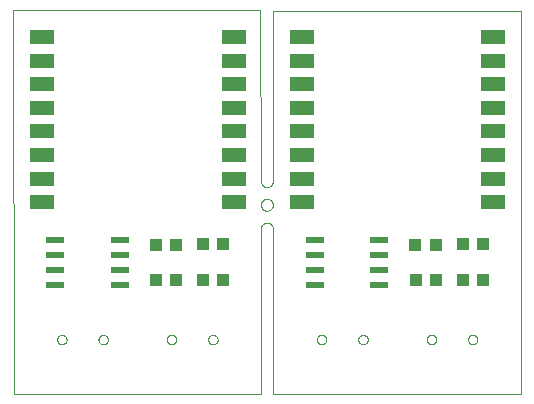
<source format=gtp>
G75*
%MOIN*%
%OFA0B0*%
%FSLAX25Y25*%
%IPPOS*%
%LPD*%
%AMOC8*
5,1,8,0,0,1.08239X$1,22.5*
%
%ADD10C,0.00394*%
%ADD11C,0.00000*%
%ADD12R,0.03937X0.04331*%
%ADD13R,0.06000X0.02400*%
%ADD14R,0.07874X0.04724*%
D10*
X0001394Y0001197D02*
X0001197Y0129031D01*
X0083559Y0129031D01*
X0083756Y0072063D01*
X0083755Y0072063D02*
X0083757Y0071976D01*
X0083763Y0071889D01*
X0083772Y0071802D01*
X0083786Y0071716D01*
X0083803Y0071631D01*
X0083824Y0071546D01*
X0083849Y0071463D01*
X0083877Y0071380D01*
X0083909Y0071299D01*
X0083945Y0071220D01*
X0083984Y0071142D01*
X0084026Y0071066D01*
X0084072Y0070992D01*
X0084121Y0070920D01*
X0084173Y0070850D01*
X0084228Y0070783D01*
X0084286Y0070718D01*
X0084347Y0070655D01*
X0084411Y0070596D01*
X0084477Y0070539D01*
X0084546Y0070486D01*
X0084617Y0070435D01*
X0084690Y0070388D01*
X0084765Y0070343D01*
X0084842Y0070303D01*
X0084920Y0070265D01*
X0085001Y0070232D01*
X0085082Y0070201D01*
X0085165Y0070175D01*
X0085250Y0070152D01*
X0085335Y0070133D01*
X0085420Y0070118D01*
X0085507Y0070106D01*
X0085593Y0070098D01*
X0085680Y0070094D01*
X0085768Y0070094D01*
X0085855Y0070098D01*
X0085941Y0070106D01*
X0086028Y0070118D01*
X0086113Y0070133D01*
X0086198Y0070152D01*
X0086283Y0070175D01*
X0086366Y0070201D01*
X0086447Y0070232D01*
X0086528Y0070265D01*
X0086606Y0070303D01*
X0086683Y0070343D01*
X0086758Y0070388D01*
X0086831Y0070435D01*
X0086902Y0070486D01*
X0086971Y0070539D01*
X0087037Y0070596D01*
X0087101Y0070655D01*
X0087162Y0070718D01*
X0087220Y0070783D01*
X0087275Y0070850D01*
X0087327Y0070920D01*
X0087376Y0070992D01*
X0087422Y0071066D01*
X0087464Y0071142D01*
X0087503Y0071220D01*
X0087539Y0071299D01*
X0087571Y0071380D01*
X0087599Y0071463D01*
X0087624Y0071546D01*
X0087645Y0071631D01*
X0087662Y0071716D01*
X0087676Y0071802D01*
X0087685Y0071889D01*
X0087691Y0071976D01*
X0087693Y0072063D01*
X0087693Y0128874D01*
X0170370Y0128874D01*
X0170370Y0001197D01*
X0087693Y0001197D01*
X0087693Y0056315D01*
X0087691Y0056402D01*
X0087685Y0056489D01*
X0087676Y0056576D01*
X0087662Y0056662D01*
X0087645Y0056747D01*
X0087624Y0056832D01*
X0087599Y0056915D01*
X0087571Y0056998D01*
X0087539Y0057079D01*
X0087503Y0057158D01*
X0087464Y0057236D01*
X0087422Y0057312D01*
X0087376Y0057386D01*
X0087327Y0057458D01*
X0087275Y0057528D01*
X0087220Y0057595D01*
X0087162Y0057660D01*
X0087101Y0057723D01*
X0087037Y0057782D01*
X0086971Y0057839D01*
X0086902Y0057892D01*
X0086831Y0057943D01*
X0086758Y0057990D01*
X0086683Y0058035D01*
X0086606Y0058075D01*
X0086528Y0058113D01*
X0086447Y0058146D01*
X0086366Y0058177D01*
X0086283Y0058203D01*
X0086198Y0058226D01*
X0086113Y0058245D01*
X0086028Y0058260D01*
X0085941Y0058272D01*
X0085855Y0058280D01*
X0085768Y0058284D01*
X0085680Y0058284D01*
X0085593Y0058280D01*
X0085507Y0058272D01*
X0085420Y0058260D01*
X0085335Y0058245D01*
X0085250Y0058226D01*
X0085165Y0058203D01*
X0085082Y0058177D01*
X0085001Y0058146D01*
X0084920Y0058113D01*
X0084842Y0058075D01*
X0084765Y0058035D01*
X0084690Y0057990D01*
X0084617Y0057943D01*
X0084546Y0057892D01*
X0084477Y0057839D01*
X0084411Y0057782D01*
X0084347Y0057723D01*
X0084286Y0057660D01*
X0084228Y0057595D01*
X0084173Y0057528D01*
X0084121Y0057458D01*
X0084072Y0057386D01*
X0084026Y0057312D01*
X0083984Y0057236D01*
X0083945Y0057158D01*
X0083909Y0057079D01*
X0083877Y0056998D01*
X0083849Y0056915D01*
X0083824Y0056832D01*
X0083803Y0056747D01*
X0083786Y0056662D01*
X0083772Y0056576D01*
X0083763Y0056489D01*
X0083757Y0056402D01*
X0083755Y0056315D01*
X0083756Y0056315D02*
X0083756Y0001197D01*
X0001394Y0001197D01*
X0083755Y0064189D02*
X0083757Y0064277D01*
X0083763Y0064365D01*
X0083773Y0064453D01*
X0083787Y0064541D01*
X0083804Y0064627D01*
X0083826Y0064713D01*
X0083851Y0064797D01*
X0083881Y0064881D01*
X0083913Y0064963D01*
X0083950Y0065043D01*
X0083990Y0065122D01*
X0084034Y0065199D01*
X0084081Y0065274D01*
X0084131Y0065346D01*
X0084185Y0065417D01*
X0084241Y0065484D01*
X0084301Y0065550D01*
X0084363Y0065612D01*
X0084429Y0065672D01*
X0084496Y0065728D01*
X0084567Y0065782D01*
X0084639Y0065832D01*
X0084714Y0065879D01*
X0084791Y0065923D01*
X0084870Y0065963D01*
X0084950Y0066000D01*
X0085032Y0066032D01*
X0085116Y0066062D01*
X0085200Y0066087D01*
X0085286Y0066109D01*
X0085372Y0066126D01*
X0085460Y0066140D01*
X0085548Y0066150D01*
X0085636Y0066156D01*
X0085724Y0066158D01*
X0085812Y0066156D01*
X0085900Y0066150D01*
X0085988Y0066140D01*
X0086076Y0066126D01*
X0086162Y0066109D01*
X0086248Y0066087D01*
X0086332Y0066062D01*
X0086416Y0066032D01*
X0086498Y0066000D01*
X0086578Y0065963D01*
X0086657Y0065923D01*
X0086734Y0065879D01*
X0086809Y0065832D01*
X0086881Y0065782D01*
X0086952Y0065728D01*
X0087019Y0065672D01*
X0087085Y0065612D01*
X0087147Y0065550D01*
X0087207Y0065484D01*
X0087263Y0065417D01*
X0087317Y0065346D01*
X0087367Y0065274D01*
X0087414Y0065199D01*
X0087458Y0065122D01*
X0087498Y0065043D01*
X0087535Y0064963D01*
X0087567Y0064881D01*
X0087597Y0064797D01*
X0087622Y0064713D01*
X0087644Y0064627D01*
X0087661Y0064541D01*
X0087675Y0064453D01*
X0087685Y0064365D01*
X0087691Y0064277D01*
X0087693Y0064189D01*
X0087691Y0064101D01*
X0087685Y0064013D01*
X0087675Y0063925D01*
X0087661Y0063837D01*
X0087644Y0063751D01*
X0087622Y0063665D01*
X0087597Y0063581D01*
X0087567Y0063497D01*
X0087535Y0063415D01*
X0087498Y0063335D01*
X0087458Y0063256D01*
X0087414Y0063179D01*
X0087367Y0063104D01*
X0087317Y0063032D01*
X0087263Y0062961D01*
X0087207Y0062894D01*
X0087147Y0062828D01*
X0087085Y0062766D01*
X0087019Y0062706D01*
X0086952Y0062650D01*
X0086881Y0062596D01*
X0086809Y0062546D01*
X0086734Y0062499D01*
X0086657Y0062455D01*
X0086578Y0062415D01*
X0086498Y0062378D01*
X0086416Y0062346D01*
X0086332Y0062316D01*
X0086248Y0062291D01*
X0086162Y0062269D01*
X0086076Y0062252D01*
X0085988Y0062238D01*
X0085900Y0062228D01*
X0085812Y0062222D01*
X0085724Y0062220D01*
X0085636Y0062222D01*
X0085548Y0062228D01*
X0085460Y0062238D01*
X0085372Y0062252D01*
X0085286Y0062269D01*
X0085200Y0062291D01*
X0085116Y0062316D01*
X0085032Y0062346D01*
X0084950Y0062378D01*
X0084870Y0062415D01*
X0084791Y0062455D01*
X0084714Y0062499D01*
X0084639Y0062546D01*
X0084567Y0062596D01*
X0084496Y0062650D01*
X0084429Y0062706D01*
X0084363Y0062766D01*
X0084301Y0062828D01*
X0084241Y0062894D01*
X0084185Y0062961D01*
X0084131Y0063032D01*
X0084081Y0063104D01*
X0084034Y0063179D01*
X0083990Y0063256D01*
X0083950Y0063335D01*
X0083913Y0063415D01*
X0083881Y0063497D01*
X0083851Y0063581D01*
X0083826Y0063665D01*
X0083804Y0063751D01*
X0083787Y0063837D01*
X0083773Y0063925D01*
X0083763Y0064013D01*
X0083757Y0064101D01*
X0083755Y0064189D01*
D11*
X0066157Y0019268D02*
X0066159Y0019347D01*
X0066165Y0019426D01*
X0066175Y0019505D01*
X0066189Y0019583D01*
X0066206Y0019660D01*
X0066228Y0019736D01*
X0066253Y0019811D01*
X0066283Y0019884D01*
X0066315Y0019956D01*
X0066352Y0020027D01*
X0066392Y0020095D01*
X0066435Y0020161D01*
X0066481Y0020225D01*
X0066531Y0020287D01*
X0066584Y0020346D01*
X0066639Y0020402D01*
X0066698Y0020456D01*
X0066759Y0020506D01*
X0066822Y0020554D01*
X0066888Y0020598D01*
X0066956Y0020639D01*
X0067026Y0020676D01*
X0067097Y0020710D01*
X0067171Y0020740D01*
X0067245Y0020766D01*
X0067321Y0020788D01*
X0067398Y0020807D01*
X0067476Y0020822D01*
X0067554Y0020833D01*
X0067633Y0020840D01*
X0067712Y0020843D01*
X0067791Y0020842D01*
X0067870Y0020837D01*
X0067949Y0020828D01*
X0068027Y0020815D01*
X0068104Y0020798D01*
X0068181Y0020778D01*
X0068256Y0020753D01*
X0068330Y0020725D01*
X0068403Y0020693D01*
X0068473Y0020658D01*
X0068542Y0020619D01*
X0068609Y0020576D01*
X0068674Y0020530D01*
X0068736Y0020482D01*
X0068796Y0020430D01*
X0068853Y0020375D01*
X0068907Y0020317D01*
X0068958Y0020257D01*
X0069006Y0020194D01*
X0069051Y0020129D01*
X0069093Y0020061D01*
X0069131Y0019992D01*
X0069165Y0019921D01*
X0069196Y0019848D01*
X0069224Y0019773D01*
X0069247Y0019698D01*
X0069267Y0019621D01*
X0069283Y0019544D01*
X0069295Y0019465D01*
X0069303Y0019387D01*
X0069307Y0019308D01*
X0069307Y0019228D01*
X0069303Y0019149D01*
X0069295Y0019071D01*
X0069283Y0018992D01*
X0069267Y0018915D01*
X0069247Y0018838D01*
X0069224Y0018763D01*
X0069196Y0018688D01*
X0069165Y0018615D01*
X0069131Y0018544D01*
X0069093Y0018475D01*
X0069051Y0018407D01*
X0069006Y0018342D01*
X0068958Y0018279D01*
X0068907Y0018219D01*
X0068853Y0018161D01*
X0068796Y0018106D01*
X0068736Y0018054D01*
X0068674Y0018006D01*
X0068609Y0017960D01*
X0068542Y0017917D01*
X0068473Y0017878D01*
X0068403Y0017843D01*
X0068330Y0017811D01*
X0068256Y0017783D01*
X0068181Y0017758D01*
X0068104Y0017738D01*
X0068027Y0017721D01*
X0067949Y0017708D01*
X0067870Y0017699D01*
X0067791Y0017694D01*
X0067712Y0017693D01*
X0067633Y0017696D01*
X0067554Y0017703D01*
X0067476Y0017714D01*
X0067398Y0017729D01*
X0067321Y0017748D01*
X0067245Y0017770D01*
X0067171Y0017796D01*
X0067097Y0017826D01*
X0067026Y0017860D01*
X0066956Y0017897D01*
X0066888Y0017938D01*
X0066822Y0017982D01*
X0066759Y0018030D01*
X0066698Y0018080D01*
X0066639Y0018134D01*
X0066584Y0018190D01*
X0066531Y0018249D01*
X0066481Y0018311D01*
X0066435Y0018375D01*
X0066392Y0018441D01*
X0066352Y0018509D01*
X0066315Y0018580D01*
X0066283Y0018652D01*
X0066253Y0018725D01*
X0066228Y0018800D01*
X0066206Y0018876D01*
X0066189Y0018953D01*
X0066175Y0019031D01*
X0066165Y0019110D01*
X0066159Y0019189D01*
X0066157Y0019268D01*
X0052378Y0019268D02*
X0052380Y0019347D01*
X0052386Y0019426D01*
X0052396Y0019505D01*
X0052410Y0019583D01*
X0052427Y0019660D01*
X0052449Y0019736D01*
X0052474Y0019811D01*
X0052504Y0019884D01*
X0052536Y0019956D01*
X0052573Y0020027D01*
X0052613Y0020095D01*
X0052656Y0020161D01*
X0052702Y0020225D01*
X0052752Y0020287D01*
X0052805Y0020346D01*
X0052860Y0020402D01*
X0052919Y0020456D01*
X0052980Y0020506D01*
X0053043Y0020554D01*
X0053109Y0020598D01*
X0053177Y0020639D01*
X0053247Y0020676D01*
X0053318Y0020710D01*
X0053392Y0020740D01*
X0053466Y0020766D01*
X0053542Y0020788D01*
X0053619Y0020807D01*
X0053697Y0020822D01*
X0053775Y0020833D01*
X0053854Y0020840D01*
X0053933Y0020843D01*
X0054012Y0020842D01*
X0054091Y0020837D01*
X0054170Y0020828D01*
X0054248Y0020815D01*
X0054325Y0020798D01*
X0054402Y0020778D01*
X0054477Y0020753D01*
X0054551Y0020725D01*
X0054624Y0020693D01*
X0054694Y0020658D01*
X0054763Y0020619D01*
X0054830Y0020576D01*
X0054895Y0020530D01*
X0054957Y0020482D01*
X0055017Y0020430D01*
X0055074Y0020375D01*
X0055128Y0020317D01*
X0055179Y0020257D01*
X0055227Y0020194D01*
X0055272Y0020129D01*
X0055314Y0020061D01*
X0055352Y0019992D01*
X0055386Y0019921D01*
X0055417Y0019848D01*
X0055445Y0019773D01*
X0055468Y0019698D01*
X0055488Y0019621D01*
X0055504Y0019544D01*
X0055516Y0019465D01*
X0055524Y0019387D01*
X0055528Y0019308D01*
X0055528Y0019228D01*
X0055524Y0019149D01*
X0055516Y0019071D01*
X0055504Y0018992D01*
X0055488Y0018915D01*
X0055468Y0018838D01*
X0055445Y0018763D01*
X0055417Y0018688D01*
X0055386Y0018615D01*
X0055352Y0018544D01*
X0055314Y0018475D01*
X0055272Y0018407D01*
X0055227Y0018342D01*
X0055179Y0018279D01*
X0055128Y0018219D01*
X0055074Y0018161D01*
X0055017Y0018106D01*
X0054957Y0018054D01*
X0054895Y0018006D01*
X0054830Y0017960D01*
X0054763Y0017917D01*
X0054694Y0017878D01*
X0054624Y0017843D01*
X0054551Y0017811D01*
X0054477Y0017783D01*
X0054402Y0017758D01*
X0054325Y0017738D01*
X0054248Y0017721D01*
X0054170Y0017708D01*
X0054091Y0017699D01*
X0054012Y0017694D01*
X0053933Y0017693D01*
X0053854Y0017696D01*
X0053775Y0017703D01*
X0053697Y0017714D01*
X0053619Y0017729D01*
X0053542Y0017748D01*
X0053466Y0017770D01*
X0053392Y0017796D01*
X0053318Y0017826D01*
X0053247Y0017860D01*
X0053177Y0017897D01*
X0053109Y0017938D01*
X0053043Y0017982D01*
X0052980Y0018030D01*
X0052919Y0018080D01*
X0052860Y0018134D01*
X0052805Y0018190D01*
X0052752Y0018249D01*
X0052702Y0018311D01*
X0052656Y0018375D01*
X0052613Y0018441D01*
X0052573Y0018509D01*
X0052536Y0018580D01*
X0052504Y0018652D01*
X0052474Y0018725D01*
X0052449Y0018800D01*
X0052427Y0018876D01*
X0052410Y0018953D01*
X0052396Y0019031D01*
X0052386Y0019110D01*
X0052380Y0019189D01*
X0052378Y0019268D01*
X0029582Y0019268D02*
X0029584Y0019347D01*
X0029590Y0019426D01*
X0029600Y0019505D01*
X0029614Y0019583D01*
X0029631Y0019660D01*
X0029653Y0019736D01*
X0029678Y0019811D01*
X0029708Y0019884D01*
X0029740Y0019956D01*
X0029777Y0020027D01*
X0029817Y0020095D01*
X0029860Y0020161D01*
X0029906Y0020225D01*
X0029956Y0020287D01*
X0030009Y0020346D01*
X0030064Y0020402D01*
X0030123Y0020456D01*
X0030184Y0020506D01*
X0030247Y0020554D01*
X0030313Y0020598D01*
X0030381Y0020639D01*
X0030451Y0020676D01*
X0030522Y0020710D01*
X0030596Y0020740D01*
X0030670Y0020766D01*
X0030746Y0020788D01*
X0030823Y0020807D01*
X0030901Y0020822D01*
X0030979Y0020833D01*
X0031058Y0020840D01*
X0031137Y0020843D01*
X0031216Y0020842D01*
X0031295Y0020837D01*
X0031374Y0020828D01*
X0031452Y0020815D01*
X0031529Y0020798D01*
X0031606Y0020778D01*
X0031681Y0020753D01*
X0031755Y0020725D01*
X0031828Y0020693D01*
X0031898Y0020658D01*
X0031967Y0020619D01*
X0032034Y0020576D01*
X0032099Y0020530D01*
X0032161Y0020482D01*
X0032221Y0020430D01*
X0032278Y0020375D01*
X0032332Y0020317D01*
X0032383Y0020257D01*
X0032431Y0020194D01*
X0032476Y0020129D01*
X0032518Y0020061D01*
X0032556Y0019992D01*
X0032590Y0019921D01*
X0032621Y0019848D01*
X0032649Y0019773D01*
X0032672Y0019698D01*
X0032692Y0019621D01*
X0032708Y0019544D01*
X0032720Y0019465D01*
X0032728Y0019387D01*
X0032732Y0019308D01*
X0032732Y0019228D01*
X0032728Y0019149D01*
X0032720Y0019071D01*
X0032708Y0018992D01*
X0032692Y0018915D01*
X0032672Y0018838D01*
X0032649Y0018763D01*
X0032621Y0018688D01*
X0032590Y0018615D01*
X0032556Y0018544D01*
X0032518Y0018475D01*
X0032476Y0018407D01*
X0032431Y0018342D01*
X0032383Y0018279D01*
X0032332Y0018219D01*
X0032278Y0018161D01*
X0032221Y0018106D01*
X0032161Y0018054D01*
X0032099Y0018006D01*
X0032034Y0017960D01*
X0031967Y0017917D01*
X0031898Y0017878D01*
X0031828Y0017843D01*
X0031755Y0017811D01*
X0031681Y0017783D01*
X0031606Y0017758D01*
X0031529Y0017738D01*
X0031452Y0017721D01*
X0031374Y0017708D01*
X0031295Y0017699D01*
X0031216Y0017694D01*
X0031137Y0017693D01*
X0031058Y0017696D01*
X0030979Y0017703D01*
X0030901Y0017714D01*
X0030823Y0017729D01*
X0030746Y0017748D01*
X0030670Y0017770D01*
X0030596Y0017796D01*
X0030522Y0017826D01*
X0030451Y0017860D01*
X0030381Y0017897D01*
X0030313Y0017938D01*
X0030247Y0017982D01*
X0030184Y0018030D01*
X0030123Y0018080D01*
X0030064Y0018134D01*
X0030009Y0018190D01*
X0029956Y0018249D01*
X0029906Y0018311D01*
X0029860Y0018375D01*
X0029817Y0018441D01*
X0029777Y0018509D01*
X0029740Y0018580D01*
X0029708Y0018652D01*
X0029678Y0018725D01*
X0029653Y0018800D01*
X0029631Y0018876D01*
X0029614Y0018953D01*
X0029600Y0019031D01*
X0029590Y0019110D01*
X0029584Y0019189D01*
X0029582Y0019268D01*
X0015803Y0019268D02*
X0015805Y0019347D01*
X0015811Y0019426D01*
X0015821Y0019505D01*
X0015835Y0019583D01*
X0015852Y0019660D01*
X0015874Y0019736D01*
X0015899Y0019811D01*
X0015929Y0019884D01*
X0015961Y0019956D01*
X0015998Y0020027D01*
X0016038Y0020095D01*
X0016081Y0020161D01*
X0016127Y0020225D01*
X0016177Y0020287D01*
X0016230Y0020346D01*
X0016285Y0020402D01*
X0016344Y0020456D01*
X0016405Y0020506D01*
X0016468Y0020554D01*
X0016534Y0020598D01*
X0016602Y0020639D01*
X0016672Y0020676D01*
X0016743Y0020710D01*
X0016817Y0020740D01*
X0016891Y0020766D01*
X0016967Y0020788D01*
X0017044Y0020807D01*
X0017122Y0020822D01*
X0017200Y0020833D01*
X0017279Y0020840D01*
X0017358Y0020843D01*
X0017437Y0020842D01*
X0017516Y0020837D01*
X0017595Y0020828D01*
X0017673Y0020815D01*
X0017750Y0020798D01*
X0017827Y0020778D01*
X0017902Y0020753D01*
X0017976Y0020725D01*
X0018049Y0020693D01*
X0018119Y0020658D01*
X0018188Y0020619D01*
X0018255Y0020576D01*
X0018320Y0020530D01*
X0018382Y0020482D01*
X0018442Y0020430D01*
X0018499Y0020375D01*
X0018553Y0020317D01*
X0018604Y0020257D01*
X0018652Y0020194D01*
X0018697Y0020129D01*
X0018739Y0020061D01*
X0018777Y0019992D01*
X0018811Y0019921D01*
X0018842Y0019848D01*
X0018870Y0019773D01*
X0018893Y0019698D01*
X0018913Y0019621D01*
X0018929Y0019544D01*
X0018941Y0019465D01*
X0018949Y0019387D01*
X0018953Y0019308D01*
X0018953Y0019228D01*
X0018949Y0019149D01*
X0018941Y0019071D01*
X0018929Y0018992D01*
X0018913Y0018915D01*
X0018893Y0018838D01*
X0018870Y0018763D01*
X0018842Y0018688D01*
X0018811Y0018615D01*
X0018777Y0018544D01*
X0018739Y0018475D01*
X0018697Y0018407D01*
X0018652Y0018342D01*
X0018604Y0018279D01*
X0018553Y0018219D01*
X0018499Y0018161D01*
X0018442Y0018106D01*
X0018382Y0018054D01*
X0018320Y0018006D01*
X0018255Y0017960D01*
X0018188Y0017917D01*
X0018119Y0017878D01*
X0018049Y0017843D01*
X0017976Y0017811D01*
X0017902Y0017783D01*
X0017827Y0017758D01*
X0017750Y0017738D01*
X0017673Y0017721D01*
X0017595Y0017708D01*
X0017516Y0017699D01*
X0017437Y0017694D01*
X0017358Y0017693D01*
X0017279Y0017696D01*
X0017200Y0017703D01*
X0017122Y0017714D01*
X0017044Y0017729D01*
X0016967Y0017748D01*
X0016891Y0017770D01*
X0016817Y0017796D01*
X0016743Y0017826D01*
X0016672Y0017860D01*
X0016602Y0017897D01*
X0016534Y0017938D01*
X0016468Y0017982D01*
X0016405Y0018030D01*
X0016344Y0018080D01*
X0016285Y0018134D01*
X0016230Y0018190D01*
X0016177Y0018249D01*
X0016127Y0018311D01*
X0016081Y0018375D01*
X0016038Y0018441D01*
X0015998Y0018509D01*
X0015961Y0018580D01*
X0015929Y0018652D01*
X0015899Y0018725D01*
X0015874Y0018800D01*
X0015852Y0018876D01*
X0015835Y0018953D01*
X0015821Y0019031D01*
X0015811Y0019110D01*
X0015805Y0019189D01*
X0015803Y0019268D01*
X0102417Y0019268D02*
X0102419Y0019347D01*
X0102425Y0019426D01*
X0102435Y0019505D01*
X0102449Y0019583D01*
X0102466Y0019660D01*
X0102488Y0019736D01*
X0102513Y0019811D01*
X0102543Y0019884D01*
X0102575Y0019956D01*
X0102612Y0020027D01*
X0102652Y0020095D01*
X0102695Y0020161D01*
X0102741Y0020225D01*
X0102791Y0020287D01*
X0102844Y0020346D01*
X0102899Y0020402D01*
X0102958Y0020456D01*
X0103019Y0020506D01*
X0103082Y0020554D01*
X0103148Y0020598D01*
X0103216Y0020639D01*
X0103286Y0020676D01*
X0103357Y0020710D01*
X0103431Y0020740D01*
X0103505Y0020766D01*
X0103581Y0020788D01*
X0103658Y0020807D01*
X0103736Y0020822D01*
X0103814Y0020833D01*
X0103893Y0020840D01*
X0103972Y0020843D01*
X0104051Y0020842D01*
X0104130Y0020837D01*
X0104209Y0020828D01*
X0104287Y0020815D01*
X0104364Y0020798D01*
X0104441Y0020778D01*
X0104516Y0020753D01*
X0104590Y0020725D01*
X0104663Y0020693D01*
X0104733Y0020658D01*
X0104802Y0020619D01*
X0104869Y0020576D01*
X0104934Y0020530D01*
X0104996Y0020482D01*
X0105056Y0020430D01*
X0105113Y0020375D01*
X0105167Y0020317D01*
X0105218Y0020257D01*
X0105266Y0020194D01*
X0105311Y0020129D01*
X0105353Y0020061D01*
X0105391Y0019992D01*
X0105425Y0019921D01*
X0105456Y0019848D01*
X0105484Y0019773D01*
X0105507Y0019698D01*
X0105527Y0019621D01*
X0105543Y0019544D01*
X0105555Y0019465D01*
X0105563Y0019387D01*
X0105567Y0019308D01*
X0105567Y0019228D01*
X0105563Y0019149D01*
X0105555Y0019071D01*
X0105543Y0018992D01*
X0105527Y0018915D01*
X0105507Y0018838D01*
X0105484Y0018763D01*
X0105456Y0018688D01*
X0105425Y0018615D01*
X0105391Y0018544D01*
X0105353Y0018475D01*
X0105311Y0018407D01*
X0105266Y0018342D01*
X0105218Y0018279D01*
X0105167Y0018219D01*
X0105113Y0018161D01*
X0105056Y0018106D01*
X0104996Y0018054D01*
X0104934Y0018006D01*
X0104869Y0017960D01*
X0104802Y0017917D01*
X0104733Y0017878D01*
X0104663Y0017843D01*
X0104590Y0017811D01*
X0104516Y0017783D01*
X0104441Y0017758D01*
X0104364Y0017738D01*
X0104287Y0017721D01*
X0104209Y0017708D01*
X0104130Y0017699D01*
X0104051Y0017694D01*
X0103972Y0017693D01*
X0103893Y0017696D01*
X0103814Y0017703D01*
X0103736Y0017714D01*
X0103658Y0017729D01*
X0103581Y0017748D01*
X0103505Y0017770D01*
X0103431Y0017796D01*
X0103357Y0017826D01*
X0103286Y0017860D01*
X0103216Y0017897D01*
X0103148Y0017938D01*
X0103082Y0017982D01*
X0103019Y0018030D01*
X0102958Y0018080D01*
X0102899Y0018134D01*
X0102844Y0018190D01*
X0102791Y0018249D01*
X0102741Y0018311D01*
X0102695Y0018375D01*
X0102652Y0018441D01*
X0102612Y0018509D01*
X0102575Y0018580D01*
X0102543Y0018652D01*
X0102513Y0018725D01*
X0102488Y0018800D01*
X0102466Y0018876D01*
X0102449Y0018953D01*
X0102435Y0019031D01*
X0102425Y0019110D01*
X0102419Y0019189D01*
X0102417Y0019268D01*
X0116197Y0019268D02*
X0116199Y0019347D01*
X0116205Y0019426D01*
X0116215Y0019505D01*
X0116229Y0019583D01*
X0116246Y0019660D01*
X0116268Y0019736D01*
X0116293Y0019811D01*
X0116323Y0019884D01*
X0116355Y0019956D01*
X0116392Y0020027D01*
X0116432Y0020095D01*
X0116475Y0020161D01*
X0116521Y0020225D01*
X0116571Y0020287D01*
X0116624Y0020346D01*
X0116679Y0020402D01*
X0116738Y0020456D01*
X0116799Y0020506D01*
X0116862Y0020554D01*
X0116928Y0020598D01*
X0116996Y0020639D01*
X0117066Y0020676D01*
X0117137Y0020710D01*
X0117211Y0020740D01*
X0117285Y0020766D01*
X0117361Y0020788D01*
X0117438Y0020807D01*
X0117516Y0020822D01*
X0117594Y0020833D01*
X0117673Y0020840D01*
X0117752Y0020843D01*
X0117831Y0020842D01*
X0117910Y0020837D01*
X0117989Y0020828D01*
X0118067Y0020815D01*
X0118144Y0020798D01*
X0118221Y0020778D01*
X0118296Y0020753D01*
X0118370Y0020725D01*
X0118443Y0020693D01*
X0118513Y0020658D01*
X0118582Y0020619D01*
X0118649Y0020576D01*
X0118714Y0020530D01*
X0118776Y0020482D01*
X0118836Y0020430D01*
X0118893Y0020375D01*
X0118947Y0020317D01*
X0118998Y0020257D01*
X0119046Y0020194D01*
X0119091Y0020129D01*
X0119133Y0020061D01*
X0119171Y0019992D01*
X0119205Y0019921D01*
X0119236Y0019848D01*
X0119264Y0019773D01*
X0119287Y0019698D01*
X0119307Y0019621D01*
X0119323Y0019544D01*
X0119335Y0019465D01*
X0119343Y0019387D01*
X0119347Y0019308D01*
X0119347Y0019228D01*
X0119343Y0019149D01*
X0119335Y0019071D01*
X0119323Y0018992D01*
X0119307Y0018915D01*
X0119287Y0018838D01*
X0119264Y0018763D01*
X0119236Y0018688D01*
X0119205Y0018615D01*
X0119171Y0018544D01*
X0119133Y0018475D01*
X0119091Y0018407D01*
X0119046Y0018342D01*
X0118998Y0018279D01*
X0118947Y0018219D01*
X0118893Y0018161D01*
X0118836Y0018106D01*
X0118776Y0018054D01*
X0118714Y0018006D01*
X0118649Y0017960D01*
X0118582Y0017917D01*
X0118513Y0017878D01*
X0118443Y0017843D01*
X0118370Y0017811D01*
X0118296Y0017783D01*
X0118221Y0017758D01*
X0118144Y0017738D01*
X0118067Y0017721D01*
X0117989Y0017708D01*
X0117910Y0017699D01*
X0117831Y0017694D01*
X0117752Y0017693D01*
X0117673Y0017696D01*
X0117594Y0017703D01*
X0117516Y0017714D01*
X0117438Y0017729D01*
X0117361Y0017748D01*
X0117285Y0017770D01*
X0117211Y0017796D01*
X0117137Y0017826D01*
X0117066Y0017860D01*
X0116996Y0017897D01*
X0116928Y0017938D01*
X0116862Y0017982D01*
X0116799Y0018030D01*
X0116738Y0018080D01*
X0116679Y0018134D01*
X0116624Y0018190D01*
X0116571Y0018249D01*
X0116521Y0018311D01*
X0116475Y0018375D01*
X0116432Y0018441D01*
X0116392Y0018509D01*
X0116355Y0018580D01*
X0116323Y0018652D01*
X0116293Y0018725D01*
X0116268Y0018800D01*
X0116246Y0018876D01*
X0116229Y0018953D01*
X0116215Y0019031D01*
X0116205Y0019110D01*
X0116199Y0019189D01*
X0116197Y0019268D01*
X0138992Y0019268D02*
X0138994Y0019347D01*
X0139000Y0019426D01*
X0139010Y0019505D01*
X0139024Y0019583D01*
X0139041Y0019660D01*
X0139063Y0019736D01*
X0139088Y0019811D01*
X0139118Y0019884D01*
X0139150Y0019956D01*
X0139187Y0020027D01*
X0139227Y0020095D01*
X0139270Y0020161D01*
X0139316Y0020225D01*
X0139366Y0020287D01*
X0139419Y0020346D01*
X0139474Y0020402D01*
X0139533Y0020456D01*
X0139594Y0020506D01*
X0139657Y0020554D01*
X0139723Y0020598D01*
X0139791Y0020639D01*
X0139861Y0020676D01*
X0139932Y0020710D01*
X0140006Y0020740D01*
X0140080Y0020766D01*
X0140156Y0020788D01*
X0140233Y0020807D01*
X0140311Y0020822D01*
X0140389Y0020833D01*
X0140468Y0020840D01*
X0140547Y0020843D01*
X0140626Y0020842D01*
X0140705Y0020837D01*
X0140784Y0020828D01*
X0140862Y0020815D01*
X0140939Y0020798D01*
X0141016Y0020778D01*
X0141091Y0020753D01*
X0141165Y0020725D01*
X0141238Y0020693D01*
X0141308Y0020658D01*
X0141377Y0020619D01*
X0141444Y0020576D01*
X0141509Y0020530D01*
X0141571Y0020482D01*
X0141631Y0020430D01*
X0141688Y0020375D01*
X0141742Y0020317D01*
X0141793Y0020257D01*
X0141841Y0020194D01*
X0141886Y0020129D01*
X0141928Y0020061D01*
X0141966Y0019992D01*
X0142000Y0019921D01*
X0142031Y0019848D01*
X0142059Y0019773D01*
X0142082Y0019698D01*
X0142102Y0019621D01*
X0142118Y0019544D01*
X0142130Y0019465D01*
X0142138Y0019387D01*
X0142142Y0019308D01*
X0142142Y0019228D01*
X0142138Y0019149D01*
X0142130Y0019071D01*
X0142118Y0018992D01*
X0142102Y0018915D01*
X0142082Y0018838D01*
X0142059Y0018763D01*
X0142031Y0018688D01*
X0142000Y0018615D01*
X0141966Y0018544D01*
X0141928Y0018475D01*
X0141886Y0018407D01*
X0141841Y0018342D01*
X0141793Y0018279D01*
X0141742Y0018219D01*
X0141688Y0018161D01*
X0141631Y0018106D01*
X0141571Y0018054D01*
X0141509Y0018006D01*
X0141444Y0017960D01*
X0141377Y0017917D01*
X0141308Y0017878D01*
X0141238Y0017843D01*
X0141165Y0017811D01*
X0141091Y0017783D01*
X0141016Y0017758D01*
X0140939Y0017738D01*
X0140862Y0017721D01*
X0140784Y0017708D01*
X0140705Y0017699D01*
X0140626Y0017694D01*
X0140547Y0017693D01*
X0140468Y0017696D01*
X0140389Y0017703D01*
X0140311Y0017714D01*
X0140233Y0017729D01*
X0140156Y0017748D01*
X0140080Y0017770D01*
X0140006Y0017796D01*
X0139932Y0017826D01*
X0139861Y0017860D01*
X0139791Y0017897D01*
X0139723Y0017938D01*
X0139657Y0017982D01*
X0139594Y0018030D01*
X0139533Y0018080D01*
X0139474Y0018134D01*
X0139419Y0018190D01*
X0139366Y0018249D01*
X0139316Y0018311D01*
X0139270Y0018375D01*
X0139227Y0018441D01*
X0139187Y0018509D01*
X0139150Y0018580D01*
X0139118Y0018652D01*
X0139088Y0018725D01*
X0139063Y0018800D01*
X0139041Y0018876D01*
X0139024Y0018953D01*
X0139010Y0019031D01*
X0139000Y0019110D01*
X0138994Y0019189D01*
X0138992Y0019268D01*
X0152771Y0019268D02*
X0152773Y0019347D01*
X0152779Y0019426D01*
X0152789Y0019505D01*
X0152803Y0019583D01*
X0152820Y0019660D01*
X0152842Y0019736D01*
X0152867Y0019811D01*
X0152897Y0019884D01*
X0152929Y0019956D01*
X0152966Y0020027D01*
X0153006Y0020095D01*
X0153049Y0020161D01*
X0153095Y0020225D01*
X0153145Y0020287D01*
X0153198Y0020346D01*
X0153253Y0020402D01*
X0153312Y0020456D01*
X0153373Y0020506D01*
X0153436Y0020554D01*
X0153502Y0020598D01*
X0153570Y0020639D01*
X0153640Y0020676D01*
X0153711Y0020710D01*
X0153785Y0020740D01*
X0153859Y0020766D01*
X0153935Y0020788D01*
X0154012Y0020807D01*
X0154090Y0020822D01*
X0154168Y0020833D01*
X0154247Y0020840D01*
X0154326Y0020843D01*
X0154405Y0020842D01*
X0154484Y0020837D01*
X0154563Y0020828D01*
X0154641Y0020815D01*
X0154718Y0020798D01*
X0154795Y0020778D01*
X0154870Y0020753D01*
X0154944Y0020725D01*
X0155017Y0020693D01*
X0155087Y0020658D01*
X0155156Y0020619D01*
X0155223Y0020576D01*
X0155288Y0020530D01*
X0155350Y0020482D01*
X0155410Y0020430D01*
X0155467Y0020375D01*
X0155521Y0020317D01*
X0155572Y0020257D01*
X0155620Y0020194D01*
X0155665Y0020129D01*
X0155707Y0020061D01*
X0155745Y0019992D01*
X0155779Y0019921D01*
X0155810Y0019848D01*
X0155838Y0019773D01*
X0155861Y0019698D01*
X0155881Y0019621D01*
X0155897Y0019544D01*
X0155909Y0019465D01*
X0155917Y0019387D01*
X0155921Y0019308D01*
X0155921Y0019228D01*
X0155917Y0019149D01*
X0155909Y0019071D01*
X0155897Y0018992D01*
X0155881Y0018915D01*
X0155861Y0018838D01*
X0155838Y0018763D01*
X0155810Y0018688D01*
X0155779Y0018615D01*
X0155745Y0018544D01*
X0155707Y0018475D01*
X0155665Y0018407D01*
X0155620Y0018342D01*
X0155572Y0018279D01*
X0155521Y0018219D01*
X0155467Y0018161D01*
X0155410Y0018106D01*
X0155350Y0018054D01*
X0155288Y0018006D01*
X0155223Y0017960D01*
X0155156Y0017917D01*
X0155087Y0017878D01*
X0155017Y0017843D01*
X0154944Y0017811D01*
X0154870Y0017783D01*
X0154795Y0017758D01*
X0154718Y0017738D01*
X0154641Y0017721D01*
X0154563Y0017708D01*
X0154484Y0017699D01*
X0154405Y0017694D01*
X0154326Y0017693D01*
X0154247Y0017696D01*
X0154168Y0017703D01*
X0154090Y0017714D01*
X0154012Y0017729D01*
X0153935Y0017748D01*
X0153859Y0017770D01*
X0153785Y0017796D01*
X0153711Y0017826D01*
X0153640Y0017860D01*
X0153570Y0017897D01*
X0153502Y0017938D01*
X0153436Y0017982D01*
X0153373Y0018030D01*
X0153312Y0018080D01*
X0153253Y0018134D01*
X0153198Y0018190D01*
X0153145Y0018249D01*
X0153095Y0018311D01*
X0153049Y0018375D01*
X0153006Y0018441D01*
X0152966Y0018509D01*
X0152929Y0018580D01*
X0152897Y0018652D01*
X0152867Y0018725D01*
X0152842Y0018800D01*
X0152820Y0018876D01*
X0152803Y0018953D01*
X0152789Y0019031D01*
X0152779Y0019110D01*
X0152773Y0019189D01*
X0152771Y0019268D01*
D12*
X0151157Y0038972D03*
X0157850Y0038972D03*
X0157850Y0051079D03*
X0151157Y0051079D03*
X0141945Y0050843D03*
X0135252Y0050843D03*
X0135409Y0039071D03*
X0142102Y0039071D03*
X0071236Y0038972D03*
X0064543Y0038972D03*
X0055488Y0039071D03*
X0048795Y0039071D03*
X0048638Y0050843D03*
X0055331Y0050843D03*
X0064543Y0051079D03*
X0071236Y0051079D03*
D13*
X0101657Y0052398D03*
X0101657Y0047398D03*
X0101657Y0042398D03*
X0101657Y0037398D03*
X0123257Y0037398D03*
X0123257Y0042398D03*
X0123257Y0047398D03*
X0123257Y0052398D03*
X0036643Y0052398D03*
X0036643Y0047398D03*
X0036643Y0042398D03*
X0036643Y0037398D03*
X0015043Y0037398D03*
X0015043Y0042398D03*
X0015043Y0047398D03*
X0015043Y0052398D03*
D14*
X0010843Y0065016D03*
X0010843Y0072890D03*
X0010843Y0080764D03*
X0010843Y0088638D03*
X0010843Y0096512D03*
X0010843Y0104386D03*
X0010843Y0112260D03*
X0010843Y0120134D03*
X0074622Y0120134D03*
X0074622Y0112260D03*
X0074622Y0104386D03*
X0074622Y0096512D03*
X0074622Y0088638D03*
X0074622Y0080764D03*
X0074622Y0072890D03*
X0074622Y0065016D03*
X0097457Y0065016D03*
X0097457Y0072890D03*
X0097457Y0080764D03*
X0097457Y0088638D03*
X0097457Y0096512D03*
X0097457Y0104386D03*
X0097457Y0112260D03*
X0097457Y0120134D03*
X0161236Y0120134D03*
X0161236Y0112260D03*
X0161236Y0104386D03*
X0161236Y0096512D03*
X0161236Y0088638D03*
X0161236Y0080764D03*
X0161236Y0072890D03*
X0161236Y0065016D03*
M02*

</source>
